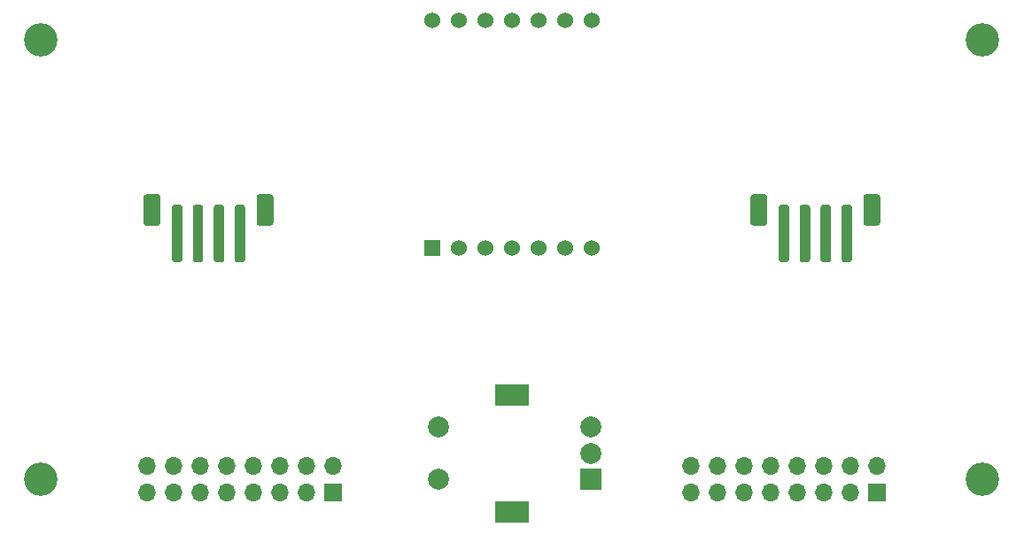
<source format=gbr>
%TF.GenerationSoftware,KiCad,Pcbnew,(5.1.9)-1*%
%TF.CreationDate,2021-05-23T18:49:26+01:00*%
%TF.ProjectId,ClockStrikeRotary,436c6f63-6b53-4747-9269-6b65526f7461,rev?*%
%TF.SameCoordinates,Original*%
%TF.FileFunction,Soldermask,Bot*%
%TF.FilePolarity,Negative*%
%FSLAX46Y46*%
G04 Gerber Fmt 4.6, Leading zero omitted, Abs format (unit mm)*
G04 Created by KiCad (PCBNEW (5.1.9)-1) date 2021-05-23 18:49:26*
%MOMM*%
%LPD*%
G01*
G04 APERTURE LIST*
%ADD10R,1.700000X1.700000*%
%ADD11O,1.700000X1.700000*%
%ADD12C,3.200000*%
%ADD13R,2.000000X2.000000*%
%ADD14C,2.000000*%
%ADD15R,3.200000X2.000000*%
%ADD16C,1.524000*%
%ADD17R,1.524000X1.524000*%
G04 APERTURE END LIST*
D10*
%TO.C,J4*%
X99890000Y-72270000D03*
D11*
X99890000Y-69730000D03*
X97350000Y-72270000D03*
X97350000Y-69730000D03*
X94810000Y-72270000D03*
X94810000Y-69730000D03*
X92270000Y-72270000D03*
X92270000Y-69730000D03*
X89730000Y-72270000D03*
X89730000Y-69730000D03*
X87190000Y-72270000D03*
X87190000Y-69730000D03*
X84650000Y-72270000D03*
X84650000Y-69730000D03*
X82110000Y-72270000D03*
X82110000Y-69730000D03*
%TD*%
D12*
%TO.C,REF\u002A\u002A*%
X110000000Y-71000000D03*
%TD*%
%TO.C,REF\u002A\u002A*%
X20000000Y-71000000D03*
%TD*%
%TO.C,REF\u002A\u002A*%
X20000000Y-29000000D03*
%TD*%
%TO.C,REF\u002A\u002A*%
X110000000Y-29000000D03*
%TD*%
%TO.C,J2*%
G36*
G01*
X89400000Y-44000000D02*
X89400000Y-46500000D01*
G75*
G02*
X89150000Y-46750000I-250000J0D01*
G01*
X88050000Y-46750000D01*
G75*
G02*
X87800000Y-46500000I0J250000D01*
G01*
X87800000Y-44000000D01*
G75*
G02*
X88050000Y-43750000I250000J0D01*
G01*
X89150000Y-43750000D01*
G75*
G02*
X89400000Y-44000000I0J-250000D01*
G01*
G37*
G36*
G01*
X100200000Y-44000000D02*
X100200000Y-46500000D01*
G75*
G02*
X99950000Y-46750000I-250000J0D01*
G01*
X98850000Y-46750000D01*
G75*
G02*
X98600000Y-46500000I0J250000D01*
G01*
X98600000Y-44000000D01*
G75*
G02*
X98850000Y-43750000I250000J0D01*
G01*
X99950000Y-43750000D01*
G75*
G02*
X100200000Y-44000000I0J-250000D01*
G01*
G37*
G36*
G01*
X91500000Y-45000000D02*
X91500000Y-50000000D01*
G75*
G02*
X91250000Y-50250000I-250000J0D01*
G01*
X90750000Y-50250000D01*
G75*
G02*
X90500000Y-50000000I0J250000D01*
G01*
X90500000Y-45000000D01*
G75*
G02*
X90750000Y-44750000I250000J0D01*
G01*
X91250000Y-44750000D01*
G75*
G02*
X91500000Y-45000000I0J-250000D01*
G01*
G37*
G36*
G01*
X93500000Y-45000000D02*
X93500000Y-50000000D01*
G75*
G02*
X93250000Y-50250000I-250000J0D01*
G01*
X92750000Y-50250000D01*
G75*
G02*
X92500000Y-50000000I0J250000D01*
G01*
X92500000Y-45000000D01*
G75*
G02*
X92750000Y-44750000I250000J0D01*
G01*
X93250000Y-44750000D01*
G75*
G02*
X93500000Y-45000000I0J-250000D01*
G01*
G37*
G36*
G01*
X95500000Y-45000000D02*
X95500000Y-50000000D01*
G75*
G02*
X95250000Y-50250000I-250000J0D01*
G01*
X94750000Y-50250000D01*
G75*
G02*
X94500000Y-50000000I0J250000D01*
G01*
X94500000Y-45000000D01*
G75*
G02*
X94750000Y-44750000I250000J0D01*
G01*
X95250000Y-44750000D01*
G75*
G02*
X95500000Y-45000000I0J-250000D01*
G01*
G37*
G36*
G01*
X97500000Y-45000000D02*
X97500000Y-50000000D01*
G75*
G02*
X97250000Y-50250000I-250000J0D01*
G01*
X96750000Y-50250000D01*
G75*
G02*
X96500000Y-50000000I0J250000D01*
G01*
X96500000Y-45000000D01*
G75*
G02*
X96750000Y-44750000I250000J0D01*
G01*
X97250000Y-44750000D01*
G75*
G02*
X97500000Y-45000000I0J-250000D01*
G01*
G37*
%TD*%
%TO.C,J1*%
G36*
G01*
X31400000Y-44000000D02*
X31400000Y-46500000D01*
G75*
G02*
X31150000Y-46750000I-250000J0D01*
G01*
X30050000Y-46750000D01*
G75*
G02*
X29800000Y-46500000I0J250000D01*
G01*
X29800000Y-44000000D01*
G75*
G02*
X30050000Y-43750000I250000J0D01*
G01*
X31150000Y-43750000D01*
G75*
G02*
X31400000Y-44000000I0J-250000D01*
G01*
G37*
G36*
G01*
X42200000Y-44000000D02*
X42200000Y-46500000D01*
G75*
G02*
X41950000Y-46750000I-250000J0D01*
G01*
X40850000Y-46750000D01*
G75*
G02*
X40600000Y-46500000I0J250000D01*
G01*
X40600000Y-44000000D01*
G75*
G02*
X40850000Y-43750000I250000J0D01*
G01*
X41950000Y-43750000D01*
G75*
G02*
X42200000Y-44000000I0J-250000D01*
G01*
G37*
G36*
G01*
X33500000Y-45000000D02*
X33500000Y-50000000D01*
G75*
G02*
X33250000Y-50250000I-250000J0D01*
G01*
X32750000Y-50250000D01*
G75*
G02*
X32500000Y-50000000I0J250000D01*
G01*
X32500000Y-45000000D01*
G75*
G02*
X32750000Y-44750000I250000J0D01*
G01*
X33250000Y-44750000D01*
G75*
G02*
X33500000Y-45000000I0J-250000D01*
G01*
G37*
G36*
G01*
X35500000Y-45000000D02*
X35500000Y-50000000D01*
G75*
G02*
X35250000Y-50250000I-250000J0D01*
G01*
X34750000Y-50250000D01*
G75*
G02*
X34500000Y-50000000I0J250000D01*
G01*
X34500000Y-45000000D01*
G75*
G02*
X34750000Y-44750000I250000J0D01*
G01*
X35250000Y-44750000D01*
G75*
G02*
X35500000Y-45000000I0J-250000D01*
G01*
G37*
G36*
G01*
X37500000Y-45000000D02*
X37500000Y-50000000D01*
G75*
G02*
X37250000Y-50250000I-250000J0D01*
G01*
X36750000Y-50250000D01*
G75*
G02*
X36500000Y-50000000I0J250000D01*
G01*
X36500000Y-45000000D01*
G75*
G02*
X36750000Y-44750000I250000J0D01*
G01*
X37250000Y-44750000D01*
G75*
G02*
X37500000Y-45000000I0J-250000D01*
G01*
G37*
G36*
G01*
X39500000Y-45000000D02*
X39500000Y-50000000D01*
G75*
G02*
X39250000Y-50250000I-250000J0D01*
G01*
X38750000Y-50250000D01*
G75*
G02*
X38500000Y-50000000I0J250000D01*
G01*
X38500000Y-45000000D01*
G75*
G02*
X38750000Y-44750000I250000J0D01*
G01*
X39250000Y-44750000D01*
G75*
G02*
X39500000Y-45000000I0J-250000D01*
G01*
G37*
%TD*%
D13*
%TO.C,SW1*%
X72500000Y-71000000D03*
D14*
X72500000Y-68500000D03*
X72500000Y-66000000D03*
D15*
X65000000Y-74100000D03*
X65000000Y-62900000D03*
D14*
X58000000Y-71000000D03*
X58000000Y-66000000D03*
%TD*%
D10*
%TO.C,J3*%
X47890000Y-72270000D03*
D11*
X47890000Y-69730000D03*
X45350000Y-72270000D03*
X45350000Y-69730000D03*
X42810000Y-72270000D03*
X42810000Y-69730000D03*
X40270000Y-72270000D03*
X40270000Y-69730000D03*
X37730000Y-72270000D03*
X37730000Y-69730000D03*
X35190000Y-72270000D03*
X35190000Y-69730000D03*
X32650000Y-72270000D03*
X32650000Y-69730000D03*
X30110000Y-72270000D03*
X30110000Y-69730000D03*
%TD*%
D16*
%TO.C,D8*%
X57380000Y-27110000D03*
X59920000Y-27110000D03*
X62460000Y-27110000D03*
X65000000Y-27110000D03*
X67540000Y-27110000D03*
X70080000Y-27110000D03*
X72620000Y-27110000D03*
X72620000Y-48900000D03*
X70080000Y-48900000D03*
X67540000Y-48900000D03*
X65000000Y-48900000D03*
X62460000Y-48900000D03*
X59920000Y-48900000D03*
D17*
X57380000Y-48900000D03*
%TD*%
M02*

</source>
